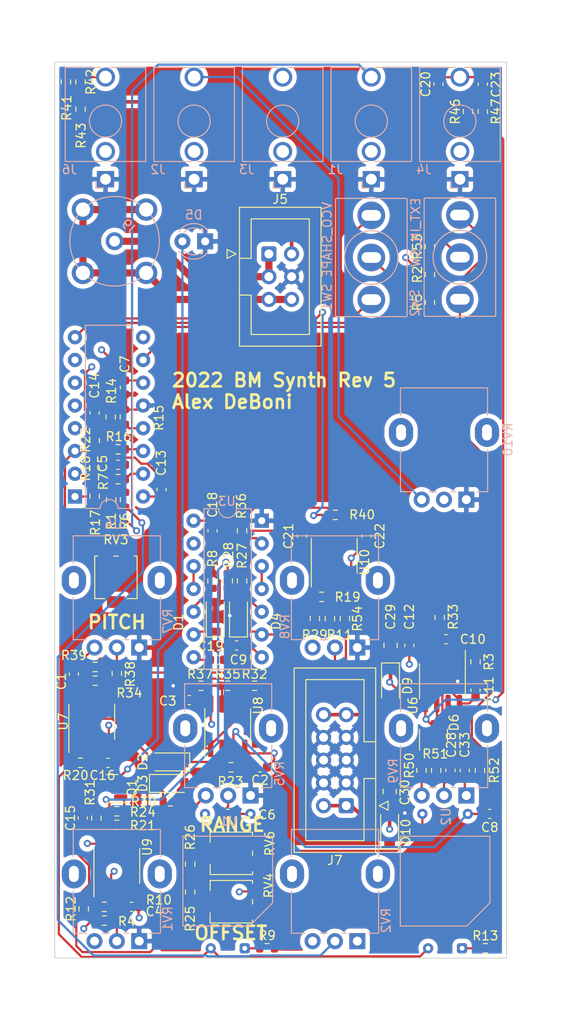
<source format=kicad_pcb>
(kicad_pcb (version 20211014) (generator pcbnew)
  (layers (0 "F.Cu" signal) (1 "In1.Cu" signal) (2 "In2.Cu" signal) (31 "B.Cu" signal) (34 "B.Paste" user) (35 "F.Paste" user) (36 "B.SilkS" user "B.Silkscreen") (37 "F.SilkS" user "F.Silkscreen") (38 "B.Mask" user) (39 "F.Mask" user) (44 "Edge.Cuts" user))
  (net 0 "")
  (net 1 "+12V")
  (net 2 "GND")
  (net 3 "-12V")
  (net 4 "Net-(C5-Pad1)")
  (net 5 "Net-(C6-Pad1)")
  (net 6 "Net-(C7-Pad2)")
  (net 7 "Net-(C6-Pad2)")
  (net 8 "Net-(C10-Pad1)")
  (net 9 "Net-(C9-Pad2)")
  (net 10 "Net-(C8-Pad2)")
  (net 11 "Net-(C10-Pad2)")
  (net 12 "Net-(J2-PadT)")
  (net 13 "Net-(C20-Pad2)")
  (net 14 "Net-(C23-Pad1)")
  (net 15 "VCF_OUT")
  (net 16 "Net-(C28-Pad1)")
  (net 17 "Net-(C28-Pad2)")
  (net 18 "Net-(C33-Pad2)")
  (net 19 "Net-(D1-Pad1)")
  (net 21 "Net-(J1-PadT)")
  (net 22 "Net-(D2-Pad2)")
  (net 24 "Net-(D4-Pad1)")
  (net 25 "Net-(D5-Pad2)")
  (net 26 "VCO_OUT")
  (net 27 "VCF_IN")
  (net 28 "TEMP_OUT")
  (net 29 "TEMP_IN")
  (net 30 "VCA_IN")
  (net 31 "Net-(J3-PadT)")
  (net 33 "Net-(Q1-Pad1)")
  (net 34 "Net-(D6-Pad3)")
  (net 35 "Net-(Q1-Pad3)")
  (net 36 "Net-(J5-Pad5)")
  (net 39 "Net-(R10-Pad2)")
  (net 40 "Net-(R1-Pad1)")
  (net 41 "Net-(R2-Pad2)")
  (net 42 "Net-(R4-Pad1)")
  (net 43 "Net-(R6-Pad2)")
  (net 44 "Net-(R8-Pad2)")
  (net 45 "Net-(R9-Pad1)")
  (net 46 "Net-(R12-Pad2)")
  (net 47 "Net-(R10-Pad1)")
  (net 48 "Net-(R11-Pad2)")
  (net 49 "Net-(R13-Pad1)")
  (net 50 "Net-(R14-Pad2)")
  (net 51 "Net-(R17-Pad1)")
  (net 52 "Net-(R19-Pad2)")
  (net 53 "Net-(R20-Pad1)")
  (net 54 "Net-(R18-Pad1)")
  (net 55 "EURO_OUT")
  (net 56 "LINE_OUT")
  (net 57 "Net-(R18-Pad2)")
  (net 58 "Net-(R20-Pad2)")
  (net 59 "EXT_IN")
  (net 60 "Net-(SW1-Pad3)")
  (net 61 "Net-(R16-Pad2)")
  (net 62 "Net-(SW1-Pad1)")
  (net 63 "Net-(R25-Pad1)")
  (net 64 "Net-(R17-Pad2)")
  (net 65 "Net-(R26-Pad1)")
  (net 66 "Net-(R27-Pad2)")
  (net 67 "Net-(R32-Pad1)")
  (net 68 "Net-(R36-Pad1)")
  (net 69 "Net-(R34-Pad1)")
  (net 70 "Net-(R39-Pad1)")
  (net 71 "Net-(R34-Pad2)")
  (net 72 "Net-(R35-Pad1)")
  (net 73 "Net-(R36-Pad2)")
  (net 74 "Net-(R38-Pad1)")
  (net 80 "Net-(R50-Pad1)")
  (net 82 "Net-(J5-Pad1)")
  (net 83 "Net-(U3-Pad3)")
  (net 84 "Net-(R40-Pad2)")
  (net 85 "Net-(U3-Pad11)")
  (net 86 "Net-(D2-Pad1)")
  (net 88 "Net-(R21-Pad2)")
  (net 89 "Net-(D9-Pad2)")
  (net 90 "Net-(D10-Pad1)")
  (footprint "Capacitor_SMD:C_0603_1608Metric" (layer "F.Cu") (at 140.6 94.8 90)
    (fp_text reference "C18")
    (fp_text value "100n")
  )
  (footprint "Package_SO:SOIC-8_3.9x4.9mm_P1.27mm" (layer "F.Cu") (at 142.3 116.6 90)
    (fp_text reference "U8")
    (fp_text value "TL072")
  )
  (footprint "Resistor_SMD:R_0603_1608Metric" (layer "F.Cu") (at 127.422 90.937 90)
    (fp_text reference "R17")
    (fp_text value "24k")
  )
  (footprint "Capacitor_SMD:C_0603_1608Metric" (layer "F.Cu") (at 128.9 120.7 180)
    (fp_text reference "C16")
    (fp_text value "100n")
  )
  (footprint "Capacitor_SMD:C_0603_1608Metric" (layer "F.Cu") (at 141.1 109.2 180)
    (fp_text reference "C9")
    (fp_text value "4.7n")
  )
  (footprint "Capacitor_SMD:C_0603_1608Metric" (layer "F.Cu") (at 162.6 107.6 -90)
    (fp_text reference "C12")
    (fp_text value "100n")
  )
  (footprint "Resistor_SMD:R_0603_1608Metric" (layer "F.Cu") (at 139.3 112.1)
    (fp_text reference "R37")
    (fp_text value "1k")
  )
  (footprint "Capacitor_SMD:C_0603_1608Metric" (layer "F.Cu") (at 166.7 106.9 180)
    (fp_text reference "C10")
    (fp_text value "470n")
  )
  (footprint "Resistor_SMD:R_0603_1608Metric" (layer "F.Cu") (at 166 104.475 -90)
    (fp_text reference "R33")
    (fp_text value "10k")
  )
  (footprint "Capacitor_SMD:C_0805_2012Metric" (layer "F.Cu") (at 160.5 107.6 -90)
    (fp_text reference "C29")
    (fp_text value "22u")
  )
  (footprint "Resistor_SMD:R_0603_1608Metric" (layer "F.Cu") (at 152.803 102.172 180)
    (fp_text reference "R19")
    (fp_text value "100k")
  )
  (footprint "Capacitor_SMD:C_0603_1608Metric" (layer "F.Cu") (at 168.8 121.539 90)
    (fp_text reference "C33")
    (fp_text value "4.7u")
  )
  (footprint "Capacitor_SMD:C_0603_1608Metric" (layer "F.Cu") (at 142.3 126.4)
    (fp_text reference "C6")
    (fp_text value "4.7n")
  )
  (footprint "Connector_IDC:IDC-Header_2x03_P2.54mm_Vertical" (layer "F.Cu") (at 146.9 63.9)
    (fp_text reference "J5")
    (fp_text value "Conn_02x03_Odd_Even")
  )
  (footprint "Resistor_SMD:R_0603_1608Metric" (layer "F.Cu") (at 125.838618 47.752 90)
    (fp_text reference "R43")
    (fp_text value "1k")
  )
  (footprint "Resistor_SMD:R_0603_1608Metric" (layer "F.Cu") (at 127.481 111.528 180)
    (fp_text reference "R34")
    (fp_text value "100k")
  )
  (footprint "Package_SO:SOIC-8_3.9x4.9mm_P1.27mm" (layer "F.Cu") (at 154.2 97.6 90)
    (fp_text reference "U10")
    (fp_text value "TL072")
  )
  (footprint "Resistor_SMD:R_0603_1608Metric" (layer "F.Cu") (at 152.041 104.585 -90)
    (fp_text reference "R29")
    (fp_text value "47k")
  )
  (footprint "Resistor_SMD:R_0603_1608Metric" (layer "F.Cu") (at 130.038 89.037)
    (fp_text reference "R7")
    (fp_text value "470R")
  )
  (footprint "Package_SO:SOIC-8_3.9x4.9mm_P1.27mm" (layer "F.Cu") (at 127.1 116.1 90)
    (fp_text reference "U7")
    (fp_text value "TL072")
  )
  (footprint "Package_TO_SOT_SMD:SOT-23" (layer "F.Cu") (at 165.3 117.6 90)
    (fp_text reference "D6")
    (fp_text value "BAT54S")
  )
  (footprint "Resistor_SMD:R_0603_1608Metric" (layer "F.Cu") (at 129.9 110.725 -90)
    (fp_text reference "R38")
    (fp_text value "100k")
  )
  (footprint "Capacitor_SMD:C_0603_1608Metric" (layer "F.Cu") (at 157.8 95.4 90)
    (fp_text reference "C22")
    (fp_text value "100n")
  )
  (footprint "Diode_SMD:D_SOD-123" (layer "F.Cu") (at 135.8 123)
    (fp_text reference "D3")
    (fp_text value "1N4148W")
  )
  (footprint "Resistor_SMD:R_0603_1608Metric" (layer "F.Cu") (at 142.3 100.4 -90)
    (fp_text reference "R28")
    (fp_text value "20k")
  )
  (footprint "Capacitor_SMD:C_0603_1608Metric" (layer "F.Cu") (at 138 113.7)
    (fp_text reference "C3")
    (fp_text value "100n")
  )
  (footprint "Capacitor_SMD:C_0603_1608Metric" (layer "F.Cu") (at 170.815 44.958 90)
    (fp_text reference "C23")
    (fp_text value "4.7u")
  )
  (footprint "Resistor_SMD:R_0603_1608Metric" (layer "F.Cu") (at 128.503 136.772 180)
    (fp_text reference "R10")
    (fp_text value "100k")
  )
  (footprint "Resistor_SMD:R_0603_1608Metric" (layer "F.Cu") (at 129.276 91.337 -90)
    (fp_text reference "R1")
    (fp_text value "100k")
  )
  (footprint "Package_TO_SOT_SMD:SOT-23" (layer "F.Cu") (at 129.392 123.564 180)
    (fp_text reference "Q1")
    (fp_text value "MMBT3904")
  )
  (footprint "Capacitor_SMD:C_0603_1608Metric" (layer "F.Cu") (at 130.8 78.8 90)
    (fp_text reference "C7")
    (fp_text value "1n")
  )
  (footprint "Resistor_SMD:R_0603_1608Metric" (layer "F.Cu") (at 127.481 110.004)
    (fp_text reference "R39")
    (fp_text value "100k")
  )
  (footprint "Resistor_SMD:R_0603_1608Metric" (layer "F.Cu") (at 129.9 126.104)
    (fp_text reference "R24")
    (fp_text value "100k")
  )
  (footprint "Resistor_SMD:R_0603_1608Metric" (layer "F.Cu") (at 125.83 120.7)
    (fp_text reference "R20")
    (fp_text value "100k")
  )
  (footprint "Capacitor_SMD:C_0603_1608Metric" (layer "F.Cu") (at 130.038 87.436 180)
    (fp_text reference "C5")
    (fp_text value "10n")
  )
  (footprint "Diode_SMD:D_SOD-123" (layer "F.Cu") (at 160.4 128.1 90)
    (fp_text reference "D10")
    (fp_text value "SM4007")
  )
  (footprint "Resistor_SMD:R_0603_1608Metric" (layer "F.Cu") (at 130.8 82.102 -90)
    (fp_text reference "R15")
    (fp_text value "470R")
  )
  (footprint "Resistor_SMD:R_0603_1608Metric" (layer "F.Cu") (at 171.1 141.4)
    (fp_text reference "R13")
    (fp_text value "1k")
  )
  (footprint "Resistor_SMD:R_0603_1608Metric" (layer "F.Cu") (at 127.422 84.737 -90)
    (fp_text reference "R22")
    (fp_text value "620R")
  )
  (footprint "Resistor_SMD:R_0603_1608Metric" (layer "F.Cu") (at 154.327 93.028 180)
    (fp_text reference "R40")
    (fp_text value "100k")
  )
  (footprint "Resistor_SMD:R_0603_1608Metric" (layer "F.Cu") (at 155.4 104.6 -90)
    (fp_text reference "R54")
    (fp_text value "0R")
  )
  (footprint "Resistor_SMD:R_0603_1608Metric" (layer "F.Cu") (at 138.1 135.1 90)
    (fp_text reference "R25")
    (fp_text value "100k")
  )
  (footprint "Connector_IDC:IDC-Header_2x05_P2.54mm_Vertical" (layer "F.Cu") (at 155.5525 125.48 180)
    (fp_text reference "J7")
    (fp_text value "Conn_02x05_Odd_Even")
  )
  (footprint "Potentiometer_SMD:Potentiometer_Bourns_3314G_Vertical" (layer "F.Cu") (at 142.7 130.8 -90)
    (fp_text reference "RV6")
    (fp_text value "100k")
  )
  (footprint "Package_SO:SOIC-8_3.9x4.9mm_P1.27mm" (layer "F.Cu") (at 166.3 111.6 -90)
    (fp_text reference "U6")
    (fp_text value "TL072")
  )
  (footprint "Resistor_SMD:R_0603_1608Metric" (layer "F.Cu") (at 130.822 91.337 -90)
    (fp_text reference "R6")
    (fp_text value "100k")
  )
  (footprint "Capacitor_SMD:C_0603_1608Metric" (layer "F.Cu") (at 126.09 126.866 -90)
    (fp_text reference "C15")
    (fp_text value "100n")
  )
  (footprint "Package_SO:SOIC-8_3.9x4.9mm_P1.27mm" (layer "F.Cu") (at 129.9 132.2 90)
    (fp_text reference "U9")
    (fp_text value "TL072")
  )
  (footprint "Capacitor_SMD:C_0603_1608Metric" (layer "F.Cu") (at 145.9 121.2 180)
    (fp_text reference "C2")
    (fp_text value "100n")
  )
  (footprint "Capacitor_SMD:C_0603_1608Metric" (layer "F.Cu") (at 134.9 90.2 90)
    (fp_text reference "C13")
    (fp_text value "100n")
  )
  (footprint "Potentiometer_SMD:Potentiometer_Bourns_3314G_Vertical" (layer "F.Cu") (at 129.8 100)
    (fp_text reference "RV3")
    (fp_text value "10k")
  )
  (footprint "Capacitor_SMD:C_0603_1608Metric" (layer "F.Cu") (at 165.862 44.958 90)
    (fp_text reference "C20")
    (fp_text value "68p")
  )
  (footprint "Capacitor_SMD:C_0603_1608Metric" (layer "F.Cu") (at 170 112.6 90)
    (fp_text reference "C11")
    (fp_text value "100n")
  )
  (footprint "Resistor_SMD:R_0603_1608Metric" (layer "F.Cu") (at 170.5 121.539 90)
    (fp_text reference "R52")
    (fp_text value "510R")
  )
  (footprint "Resistor_SMD:R_0603_1608Metric" (layer "F.Cu") (at 129.9 127.628 180)
    (fp_text reference "R21")
    (fp_text value "100k")
  )
  (footprint "Resistor_SMD:R_0603_1608Metric" (layer "F.Cu") (at 143.9 94.8 90)
    (fp_text reference "R36")
    (fp_text value "100k")
  )
  (footprint "Resistor_SMD:R_0603_1608Metric" (layer "F.Cu") (at 165.6 121.539 90)
    (fp_text reference "R51")
    (fp_text value "510R")
  )
  (footprint "Capacitor_SMD:C_0603_1608Metric" (layer "F.Cu") (at 171.6 126.4 180)
    (fp_text reference "C8")
    (fp_text value "4.7n")
  )
  (footprint "Resistor_SMD:R_0603_1608Metric" (layer "F.Cu") (at 140.6 100.4 -90)
    (fp_text reference "R8")
    (fp_text value "6.8k")
  )
  (footprint "Resistor_SMD:R_0603_1608Metric" (layer "F.Cu") (at 143.9 100.4 -90)
    (fp_text reference "R27")
    (fp_text value "6.8k")
  )
  (footprint "Resistor_SMD:R_0603_1608Metric" (layer "F.Cu") (at 130.038 85.7)
    (fp_text reference "R16")
    (fp_text value "1.8k")
  )
  (footprint "Resistor_SMD:R_0603_1608Metric" (layer "F.Cu") (at 164.9 63.1 -90)
    (fp_text reference "R53")
    (fp_text value "0R")
  )
  (footprint "Potentiometer_SMD:Potentiometer_Bourns_3314G_Vertical" (layer "F.Cu") (at 142.7 136.2 -90)
    (fp_text reference "RV4")
    (fp_text value "100k")
  )
  (footprint "Resistor_SMD:R_0603_1608Metric" (layer "F.Cu") (at 128.5 138.3 180)
    (fp_text reference "R4")
    (fp_text value "220k")
  )
  (footprint "Resistor_SMD:R_0603_1608Metric" (layer "F.Cu") (at 145.3 112.1)
    (fp_text reference "R32")
    (fp_text value "1.8k")
  )
  (footprint "Resistor_SMD:R_0603_1608Metric" (layer "F.Cu") (at 125.838618 44.704 90)
    (fp_text reference "R42")
    (fp_text value "2.2k")
  )
  (footprint "Diode_SMD:D_SOD-123" (layer "F.Cu") (at 160.5 111.8 -90)
    (fp_text reference "D9")
    (fp_text value "SM4007")
  )
  (footprint "Capacitor_SMD:C_0603_1608Metric" (layer "F.Cu") (at 167.2 121.539 90)
    (fp_text reference "C28")
    (fp_text value "22p")
  )
  (footprint "Diode_SMD:D_SOD-123" (layer "F.Cu") (at 140.9 104.4 90)
    (fp_text reference "D1")
    (fp_text value "1N4148W")
  )
  (footprint "Resistor_SMD:R_0603_1608Metric" (layer "F.Cu") (at 164.9 66.2 -90)
    (fp_text reference "R2")
    (fp_text value "1k")
  )
  (footprint "Resistor_SMD:R_0603_1608Metric" (layer "F.Cu") (at 163.957 121.539 90)
    (fp_text reference "R50")
    (fp_text value "510R")
  )
  (footprint "Resistor_SMD:R_0603_1608Metric" (layer "F.Cu") (at 142.3 112.1)
    (fp_text reference "R35")
    (fp_text value "10k")
  )
  (footprint "Resistor_SMD:R_0603_1608Metric" (layer "F.Cu") (at 170.815 48.006 90)
    (fp_text reference "R47")
    (fp_text value "10k")
  )
  (footprint "Resistor_SMD:R_0603_1608Metric" (layer "F.Cu") (at 164.9 69.3 90)
    (fp_text reference "R5")
    (fp_text value "56R")
  )
  (footprint "Capacitor_SMD:C_0603_1608Metric" (layer "F.Cu") (at 127.422 81.637 -90)
    (fp_text reference "C14")
    (fp_text value "100n")
  )
  (footprint "Resistor_SMD:R_0603_1608Metric" (layer "F.Cu") (at 124.206 44.704 90)
    (fp_text reference "R41")
    (fp_text value "1k")
  )
  (footprint "Capacitor_SMD:C_0603_1608Metric" (layer "F.Cu") (at 125.1 110.8 -90)
    (fp_text reference "C1")
    (fp_text value "100n")
  )
  (footprint "Resistor_SMD:R_0603_1608Metric" (layer "F.Cu") (at 129.222 82.102 -90)
    (fp_text reference "R14")
    (fp_text value "1.5M")
  )
  (footprint "Diode_SMD:D_SOD-123" (layer "F.Cu") (at 135.8 120.6 180)
    (fp_text reference "D2")
    (fp_text value "1N4148W")
  )
  (footprint "Diode_SMD:D_SOD-123" (layer "F.Cu") (at 143.5 104.4 90)
    (fp_text reference "D4")
    (fp_text value "1N4148W")
  )
  (footprint "Capacitor_SMD:C_0603_1608Metric" (layer "F.Cu") (at 131.551 136.772 180)
    (fp_text reference "C4")
    (fp_text value "100n")
  )
  (footprint "Capacitor_SMD:C_0603_1608Metric" (layer "F.Cu") (at 150.6 95.4 90)
    (fp_text reference "C21")
    (fp_text value "100n")
  )
  (footprint "Resistor_SMD:R_0603_1608Metric" (layer "F.Cu") (at 153.721 104.611 90)
    (fp_text reference "R11")
    (fp_text value "100k")
  )
  (footprint "Resistor_SMD:R_0603_1608Metric" (layer "F.Cu") (at 127.614 126.866 -90)
    (fp_text reference "R31")
    (fp_text value "1k")
  )
  (footprint "Resistor_SMD:R_0603_1608Metric" (layer "F.Cu") (at 146.7 141.4)
    (fp_text reference "R9")
    (fp_text value "1k")
  )
  (footprint "Capacitor_SMD:C_0603_1608Metric" (layer "F.Cu") (at 143.3 107.6 180)
    (fp_text reference "C19")
    (fp_text value "100n")
  )
  (footprint "Resistor_SMD:R_0603_1608Metric" (layer "F.Cu") (at 126.2 137 90)
    (fp_text reference "R12")
    (fp_text value "100k")
  )
  (footprint "Resistor_SMD:R_0603_1608Metric" (layer "F.Cu") (at 135.9 125)
    (fp_text reference "R30")
    (fp_text value "100k")
  )
  (footprint "Resistor_SMD:R_0603_1608Metric" (layer "F.Cu") (at 169.164 48.006 90)
    (fp_text reference "R46")
    (fp_text value "1M")
  )
  (footprint "Resistor_SMD:R_0603_1608Metric" (layer "F.Cu") (at 170 109.425 90)
    (fp_text reference "R3")
    (fp_text value "0R")
  )
  (footprint "Capacitor_SMD:C_0805_2012Metric" (layer "F.Cu") (at 160.4 123.9 90)
    (fp_text reference "C30")
    (fp_text value "22u")
  )
  (footprint "Resistor_SMD:R_0603_1608Metric" (layer "F.Cu") (at 138.1 132 -90)
    (fp_text reference "R26")
    (fp_text value "100k")
  )
  (footprint "Resistor_SMD:R_0603_1608Metric" (layer "F.Cu") (at 127.422 87.837 -90)
    (fp_text reference "R18")
    (fp_text value "5.6k")
  )
  (footprint "Resistor_SMD:R_0603_1608Metric" (layer "F.Cu") (at 142.675 121.2)
    (fp_text reference "R23")
    (fp_text value "47k")
  )
  (footprint "Potentiometer_THT:Potentiometer_Alpha_RD901F-40-00D_Single_Vertical" (layer "B.Cu") (at 168.978618 124.343 90)
    (fp_text reference locked "RV9")
    (fp_text value "b50k_ExtGain")
  )
  (footprint "Alex Custom:RCA" (layer "B.Cu") (at 129.648618 62.484 135)
    (fp_text reference "J9")
    (fp_text value "Conn_Coaxial")
  )
  (footprint "Potentiometer_THT:Potentiometer_Alpha_RD901F-40-00D_Single_Vertical" (layer "B.Cu") (at 168.978618 91.323 90)
    (fp_text reference "RV10")
    (fp_text value "b100k_CVGain")
  )
  (footprint "LED_THT:LED_D3.0mm" (layer "B.Cu") (at 139.775 62.5 180)
    (fp_text reference "D5")
    (fp_text value "LED")
  )
  (footprint "Package_DIP:DIP-16_W7.62mm" (layer "B.Cu") (at 125.222 90.977)
    (fp_text reference "U4")
    (fp_text value "AS3340")
  )
  (footprint "Connector_Audio:Jack_3.5mm_QingPu_WQP-PJ398SM_Vertical_CircularHoles" (layer "B.Cu") (at 148.444618 55.564)
    (fp_text reference "J3")
    (fp_text value "CUTOFF")
  )
  (footprint "Potentiometer_THT:Potentiometer_Alpha_RD901F-40-00D_Single_Vertical" (layer "B.Cu") (at 144.848618 124.343 90)
    (fp_text reference locked "RV5")
    (fp_text value "b100k_Res")
  )
  (footprint "Package_DIP:DIP-14_W7.62mm" (layer "B.Cu") (at 146.1 93.675 180)
    (fp_text reference "U3")
    (fp_text value "AS3360")
  )
  (footprint "Potentiometer_THT:Potentiometer_Alpha_RD901F-40-00D_Single_Vertical" (layer "B.Cu") (at 132.402618 140.599 90)
    (fp_text reference locked "RV1")
    (fp_text value "b100k_Gain")
  )
  (footprint "OptoDevice:PerkinElmer_VTL5C" (layer "B.Cu") (at 144.2 141.4 90)
    (fp_text reference "U1")
    (fp_text value "VTL5C")
  )
  (footprint "OptoDevice:PerkinElmer_VTL5C" (layer "B.Cu") (at 168.5 141.4 90)
    (fp_text reference "U2")
    (fp_text value "VTL5C")
  )
  (footprint "Potentiometer_THT:Potentiometer_Alpha_RD901F-40-00D_Single_Vertical" (layer "B.Cu") (at 156.786618 107.833 90)
    (fp_text reference locked "RV8")
    (fp_text value "b100k_Lvl")
  )
  (footprint "Potentiometer_THT:Potentiometer_Alpha_RD901F-40-00D_Single_Vertical" (layer "B.Cu") (at 156.786618 140.599 90)
    (fp_text reference locked "RV2")
    (fp_text value "b100k_Pitch")
  )
  (footprint "4MS Switches:Switch_Toggle_SPDT_Mini_SolderLug" (layer "B.Cu") (at 168.256618 64.262)
    (fp_text reference "SW2")
    (fp_text value "EXT_IN_SW")
  )
  (footprint "Connector_Audio:Jack_3.5mm_QingPu_WQP-PJ398SM_Vertical_CircularHoles" (layer "B.Cu") (at 128.632618 55.564)
    (fp_text reference "J6")
    (fp_text value "EURO_OUT")
  )
  (footprint "4MS Switches:Switch_Toggle_SPDT_Mini_SolderLug" (layer "B.Cu") (at 158.350618 64.3 180)
    (fp_text reference "SW1")
    (fp_text value "VCO_SHAPE")
  )
  (footprint "Connector_Audio:Jack_3.5mm_QingPu_WQP-PJ398SM_Vertical_CircularHoles" (layer "B.Cu") (at 158.350618 55.564)
    (fp_text reference "J1")
    (fp_text value "PITCH")
  )
  (footprint "Connector_Audio:Jack_3.5mm_QingPu_WQP-PJ398SM_Vertical_CircularHoles" (layer "B.Cu") (at 138.538618 55.564)
    (fp_text reference "J2")
    (fp_text value "GAIN")
  )
  (footprint "Potentiometer_THT:Potentiometer_Alpha_RD901F-40-00D_Single_Vertical" (layer "B.Cu") (at 132.402618 107.833 90)
    (fp_text reference locked "RV7")
    (fp_text value "b100k_Cutoff")
  )
  (footprint "Connector_Audio:Jack_3.5mm_QingPu_WQP-PJ398SM_Vertical_CircularHoles" (layer "B.Cu") (at 168.256618 55.564)
    (fp_text reference "J4")
    (fp_text value "EXT_IN")
  )
  (gr_rect (start 122.964618 142.494) (end 173.464618 42.494) (layer "Edge.Cuts") (width 0.1) (fill none))
  (gr_text "RANGE" (at 139 127.6) (layer "F.SilkS") (effects (font (size 1.5 1.5) (thickness 0.3)) (justify left)))
  (gr_text "2022 BM Synth Rev 5\nAlex DeBoni" (at 135.9 79.2) (layer "F.SilkS") (effects (font (size 1.5 1.5) (thickness 0.3)) (justify left)))
  (gr_text "OFFSET" (at 138.4 139.7) (layer "F.SilkS") (effects (font (size 1.5 1.5) (thickness 0.3)) (justify left)))
  (gr_text "PITCH" (at 129.9 105) (layer "F.SilkS") (effects (font (size 1.5 1.5) (thickness 0.3))))
  (segment (start 129.222 75.622) (end 128.2 74.6) (width 0.25) (layer "F.Cu") (net 1))
  (segment (start 168.205 114.075) (end 169.3 114.075) (width 0.25) (layer "F.Cu") (net 1))
  (segment (start 140.6 94.025) (end 141.374511 94.799511) (width 0.25) (layer "F.Cu") (net 1))
  (segment (start 166.37404 118.41346) (end 166.37404 115.62452) (width 0.25) (layer "F.Cu") (net 1))
  (segment (start 138.775 113.7) (end 139.97 113.7) (width 0.25) (layer "F.Cu") (net 1))
  (segment (start 125.1 111.575) (end 125.1 111.277138) (width 0.25) (layer "F.Cu") (net 1))
  (segment (start 169.3 114.075) (end 170 113.375) (width 0.25) (layer "F.Cu") (net 1))
  (segment (start 151.795 94.625) (end 152.295 95.125) (width 0.25) (layer "F.Cu") (net 1))
  (segment (start 127.564 127.641) (end 127.614 127.691) (width 0.25) (layer "F.Cu") (net 1))
  (segment (start 127.995 129.725) (end 126.625 129.725) (width 0.25) (layer "F.Cu") (net 1))
  (segment (start 126.09 127.641) (end 127.564 127.641) (width 0.25) (layer "F.Cu") (net 1))
  (segment (start 139.97 113.7) (end 140.395 114.125) (width 0.25) (layer "F.Cu") (net 1))
  (segment (start 134.898 90.977) (end 134.9 90.975) (width 0.25) (layer "F.Cu") (net 1))
  (segment (start 150.425489 94.799511) (end 150.6 94.625) (width 0.25) (layer "F.Cu") (net 1))
  (segment (start 138.48 93.675) (end 140.25 93.675) (width 0.25) (layer "F.Cu") (net 1))
  (segment (start 166.25 118.5375) (end 166.37404 118.41346) (width 0.25) (layer "F.Cu") (net 1))
  (segment (start 127.995 128.072) (end 127.614 127.691) (width 0.25) (layer "F.Cu") (net 1))
  (segment (start 132.842 90.977) (end 134.898 90.977) (width 0.25) (layer "F.Cu") (net 1))
  (segment (start 166.37404 115.62452) (end 166.3 115.55048) (width 0.25) (layer "F.Cu") (net 1))
  (segment (start 140.25 93.675) (end 140.6 94.025) (width 0.25) (layer "F.Cu") (net 1))
  (segment (start 160.5 110.15) (end 160.5 111.6) (width 0.4) (layer "F.Cu") (net 1))
  (segment (start 141.374511 94.799511) (end 150.425489 94.799511) (width 0.25) (layer "F.Cu") (net 1))
  (segment (start 126.625 129.725) (end 126.6 129.7) (width 0.25) (layer "F.Cu") (net 1))
  (segment (start 125.1 111.575) (end 125.1 113.53) (width 0.25) (layer "F.Cu") (net 1))
  (segment (start 161.4 112.7) (end 160.4 111.7) (width 0.25) (layer "F.Cu") (net 1))
  (segment (start 125.93148 109.304138) (end 127.402618 107.833) (width 0.25) (layer "F.Cu") (net 1))
  (segment (start 125.93148 110.445658) (end 125.93148 109.304138) (width 0.25) (layer "F.Cu") (net 1))
  (segment (start 160.5 110.15) (end 160.5 108.55) (width 0.4) (layer "F.Cu") (net 1))
  (segment (start 166.3 115.55048) (end 166.3 113.063928) (width 0.25) (layer "F.Cu") (net 1))
  (segment (start 160.5 111.6) (end 160.4 111.7) (width 0.4) (layer "F.Cu") (net 1))
  (segment (start 166.3 113.063928) (end 166.663928 112.7) (width 0.25) (layer "F.Cu") (net 1))
  (segment (start 167.206072 112.7) (end 168.205 113.698928) (width 0.25) (layer "F.Cu") (net 1))
  (segment (start 166.663928 112.7) (end 161.4 112.7) (width 0.25) (layer "F.Cu") (net 1))
  (segment (start 140.395 114.125) (end 140.395 116.295) (width 0.25) (layer "F.Cu") (net 1))
  (segment (start 168.205 113.698928) (end 168.205 114.075) (width 0.25) (layer "F.Cu") (net 1))
  (segment (start 150.6 94.625) (end 151.795 94.625) (width 0.25) (layer "F.Cu") (net 1))
  (segment (start 166.663928 112.7) (end 167.206072 112.7) (width 0.25) (layer "F.Cu") (net 1))
  (segment (start 127.995 129.725) (end 127.995 128.072) (width 0.25) (layer "F.Cu") (net 1))
  (segment (start 125.1 111.277138) (end 125.93148 110.445658) (width 0.25) (layer "F.Cu") (net 1))
  (segment (start 125.1 113.53) (end 125.195 113.625) (width 0.25) (layer "F.Cu") (net 1))
  (segment (start 129.222 81.277) (end 129.222 75.622) (width 0.25) (layer "F.Cu") (net 1))
  (segment (start 140.395 116.295) (end 140.5 116.4) (width 0.25) (layer "F.Cu") (net 1))
  (via (at 140.5 116.4) (size 0.8) (drill 0.4) (layers "F.Cu" "B.Cu") (net 1))
  (via (at 128.2 74.6) (size 0.8) (drill 0.4) (layers "F.Cu" "B.Cu") (net 1))
  (via (at 126.6 129.7) (size 0.8) (drill 0.4) (layers "F.Cu" "B.Cu") (net 1))
  (via (at 160.4 111.7) (size 0.8) (drill 0.4) (layers "F.Cu" "B.Cu") (net 1))
  (segment (start 130.8 81.277) (end 132.382 81.277) (width 0.25) (layer "F.Cu") (net 2))
  (segment (start 129.263 87.436) (end 130.06252 86.63648) (width 0.25) (layer "F.Cu") (net 2))
  (segment (start 162.1 122.571) (end 162.1 126.3) (width 0.25) (layer "F.Cu") (net 2))
  (segment (start 162.1 126.3) (end 162.1 126.4) (width 0.25) (layer "F.Cu") (net 2))
  (segment (start 141.39952 100.37452) (end 140.6 99.575) (width 0.25) (layer "F.Cu") (net 2))
  (segment (start 142.525 103.725) (end 142.525 104.275) (width 0.25) (layer "F.Cu") (net 2))
  (segment (start 127.735 120.31) (end 128.125 120.7) (width 0.25) (layer "F.Cu") (net 2))
  (segment (start 131.93648 86.63648) (end 132.612489 87.312489) (width 0.25) (layer "F.Cu") (net 2))
  (segment (start 127.590217 80.862) (end 128.729737 82.00152) (width 0.25) (layer "F.Cu") (net 2))
  (segment (start 163.957 120.714) (end 162.1 122.571) (width 0.25) (layer "F.Cu") (net 2))
  (segment (start 142.525 107.6) (end 142.525 108.55) (width 0.25) (layer "F.Cu") (net 2))
  (segment (start 133.312489 87.312489) (end 134.9 88.9) (width 0.25) (layer "F.Cu") (net 2))
  (segment (start 127.422 80.862) (end 127.590217 80.862) (width 0.25) (layer "F.Cu") (net 2))
  (segment (start 142.525 108.55) (end 141.875 109.2) (width 0.25) (layer "F.Cu") (net 2))
  (segment (start 140.9 102.75) (end 141.39952 102.25048) (width 0.25) (layer "F.Cu") (net 2))
  (segment (start 127.735 118.575) (end 127.735 120.31) (width 0.25) (layer "F.Cu") (net 2))
  (segment (start 132.612489 87.312489) (end 133.312489 87.312489) (width 0.25) (layer "F.Cu") (net 2))
  (segment (start 134.9 88.9) (end 134.9 89.425) (width 0.25) (layer "F.Cu") (net 2))
  (segment (start 141.39952 102.25048) (end 141.39952 100.37452) (width 0.25) (layer "F.Cu") (net 2))
  (segment (start 132.382 81.277) (end 132.842 80.817) (width 0.25) (layer "F.Cu") (net 2))
  (segment (start 130.06252 86.63648) (end 131.93648 86.63648) (width 0.25) (layer "F.Cu") (net 2))
  (segment (start 142.525 104.275) (end 142.525 107.6) (width 0.25) (layer "F.Cu") (net 2))
  (segment (start 143.5 102.75) (end 142.525 103.725) (width 0.25) (layer "F.Cu") (net 2))
  (segment (start 128.729737 82.00152) (end 130.07548 82.00152) (width 0.25) (layer "F.Cu") (net 2))
  (segment (start 130.07548 82.00152) (end 130.8 81.277) (width 0.25) (layer "F.Cu") (net 2))
  (via (at 136.2 112.1) (size 0.8) (drill 0.4) (layers "F.Cu" "B.Cu") (net 2))
  (via (at 162.1 126.3) (size 0.8) (drill 0.4) (layers "F.Cu" "B.Cu") (net 2))
  (via (at 168 111.6) (size 0.8) (drill 0.4) (layers "F.Cu" "B.Cu") (net 2))
  (via (at 142.525 104.275) (size 0.8) (drill 0.4) (layers "F.Cu" "B.Cu") (net 2))
  (segment (start 156.105 97.87) (end 156.107147 97.847555) (width 0.25) (layer "F.Cu") (net 3))
  (segment (start 156.107147 97.847555) (end 157.8 96.175) (width 0.25) (layer "F.Cu") (net 3))
  (segment (start 132.326 136.772) (end 132.326 137.826) (width 0.25) (layer "F.Cu") (net 3))
  (segment (start 127.1 76.5) (end 126.346511 77.253489) (width 0.25) (layer "F.Cu") (net 3))
  (segment (start 132.326 137.826) (end 132.4 138) (width 0.25) (layer "F.Cu") (net 3))
  (segment (start 127.422 82.412) (end 127.422 83.912) (width 0.25) (layer "F.Cu") (net 3))
  (segment (start 163.645 108.375) (end 164.395 109.125) (width 0.25) (layer "F.Cu") (net 3))
  (segment (start 144.78 119.65) (end 147.45 119.65) (width 0.25) (layer "F.Cu") (net 3))
  (segment (start 129.005 116.505) (end 129 116.5) (width 0.25) (layer "F.Cu") (net 3))
  (segment (start 162.6 108.375) (end 163.645 108.375) (width 0.25) (layer "F.Cu") (net 3))
  (segment (start 161.44952 121.43798) (end 161.44952 123.80048) (width 0.25) (layer "F.Cu") (net 3))
  (segment (start 147.5 120.375) (end 146.675 121.2) (width 0.25) (layer "F.Cu") (net 3))
  (segment (start 129.005 118.575) (end 129.005 116.505) (width 0.25) (layer "F.Cu") (net 3))
  (segment (start 131.805 136.251) (end 132.326 136.772) (width 0.25) (layer "F.Cu") (net 3))
  (segment (start 143.65 135.05) (end 143.6 135.1) (width 0.25) (layer "F.Cu") (net 3))
  (segment (start 129.675 119.245) (end 129.005 118.575) (width 0.25) (layer "F.Cu") (net 3))
  (segment (start 147.45 119.65) (end 147.5 119.6) (width 0.25) (layer "F.Cu") (net 3))
  (segment (start 144.78 119.65) (end 144.205 119.075) (width 0.25) (layer "F.Cu") (net 3))
  (segment (start 162.6 108.375) (end 162.6 109.7) (width 0.25) (layer "F.Cu") (net 3))
  (segment (start 132.4 138) (end 132.4 137.9) (width 0.25) (layer "F.Cu") (net 3))
  (segment (start 145.45 135.05) (end 143.65 135.05) (width 0.25) (layer "F.Cu") (net 3))
  (segment (start 161.44952 123.80048) (end 160.4 124.85) (width 0.25) (layer "F.Cu") (net 3))
  (segment (start 160.4 126.45) (end 160.4 124.85) (width 0.4) (layer "F.Cu") (net 3))
  (segment (start 164.35 118.5375) (end 161.44952 121.43798) (width 0.25) (layer "F.Cu") (net 3))
  (segment (start 144.785 107.6) (end 144.075 107.6) (width 0.25) (layer "F.Cu") (net 3))
  (segment (start 156.105 100.075) (end 156.105 97.87) (width 0.25) (layer "F.Cu") (net 3))
  (segment (start 129.675 120.7) (end 129.675 119.245) (width 0.25) (layer "F.Cu") (net 3))
  (segment (start 126.346511 77.253489) (end 126.346511 81.336511) (width 0.25) (layer "F.Cu") (net 3))
  (segment (start 160.4 126.45) (end 160.4 128.1) (width 0.4) (layer "F.Cu") (net 3))
  (segment (start 147.5 119.6) (end 147.5 120.375) (width 0.25) (layer "F.Cu") (net 3))
  (segment (start 126.346511 81.336511) (end 127.422 82.412) (width 0.25) (layer "F.Cu") (net 3))
  (segment (start 146.1 108.915) (end 144.785 107.6) (width 0.25) (layer "F.Cu") (net 3))
  (segment (start 131.805 134.675) (end 131.805 136.251) (width 0.25) (layer "F.Cu") (net 3))
  (via (at 162.6 109.7) (size 0.8) (drill 0.4) (layers "F.Cu" "B.Cu") (net 3))
  (via (at 127.1 76.5) (size 0.8) (drill 0.4) (layers "F.Cu" "B.Cu") (net 3))
  (via (at 143.6 135.1) (size 0.8) (drill 0.4) (layers "F.Cu" "B.Cu") (net 3))
  (via (at 147.5 119.6) (size 0.8) (drill 0.4) (layers "F.Cu" "B.Cu") (net 3))
  (via (at 132.4 138) (size 0.8) (drill 0.4) (layers "F.Cu" "B.Cu") (net 3))
  (via (at 156.107147 97.847555) (size 0.8) (drill 0.4) (layers "F.Cu" "B.Cu") (net 3))
  (via (at 129 116.5) (size 0.8) (drill 0.4) (layers "F.Cu" "B.Cu") (net 3))
  (via (at 160.4 128.1) (size 0.8) (drill 0.4) (layers "F.Cu" "B.Cu") (net 3))
  (segment (start 129.213 89.037) (end 129.213 89.036) (width 0.25) (layer "F.Cu") (net 4))
  (segment (start 129.213 89.036) (end 130.813 87.436) (width 0.25) (layer "F.Cu") (net 4))
  (segment (start 142.348618 125.576382) (end 141.525 126.4) (width 0.25) (layer "F.Cu") (net 5))
  (segment (start 142.348618 124.343) (end 142.348618 125.576382) (width 0.25) (layer "F.Cu") (net 5))
  (segment (start 132.59 78.025) (end 132.842 78.277) (width 0.25) (layer "F.Cu") (net 6))
  (segment (start 130.8 78.025) (end 132.59 78.025) (width 0.25) (layer "F.Cu") (net 6))
  (segment (start 144.84 126.4) (end 148.964511 130.524511) (width 0.25) (layer "F.Cu") (net 7))
  (segment (start 161.175489 130.524511) (end 164.06 127.64) (width 0.25) (layer "F.Cu") (net 7))
  (segment (start 164.06 127.64) (end 164.06 126.4) (width 0.25) (layer "F.Cu") (net 7))
  (segment (start 143.075 126.4) (end 144.84 126.4) (width 0.25) (layer "F.Cu") (net 7))
  (segment (start 148.964511 130.524511) (end 161.175489 130.524511) (width 0.25) (layer "F.Cu") (net 7))
  (segment (start 162.4 68.349382) (end 158.350618 64.3) (width 0.25) (layer "F.Cu") (net 8))
  (segment (start 171.75048 88.421916) (end 162.4 79.071436) (width 0.25) (layer "F.Cu") (net 8))
  (segment (start 162.4 79.071436) (end 162.4 68.349382) (width 0.25) (layer "F.Cu") (net 8))
  (segment (start 169.5 106.9) (end 171.75048 104.64952) (width 0.25) (layer "F.Cu") (net 8))
  (segment (start 167.475 106.9) (end 169.5 106.9) (width 0.25) (layer "F.Cu") (net 8))
  (segment (start 171.75048 104.64952) (end 171.75048 88.421916) (width 0.25) (layer "F.Cu") (net 8))
  (segment (start 138.765 109.2) (end 138.48 108.915) (width 0.25) (layer "F.Cu") (net 9))
  (segment (start 140.325 109.2) (end 138.765 109.2) (width 0.25) (layer "F.Cu") (net 9))
  (segment (start 142.935 117.465) (end 143.2 117.2) (width 0.25) (layer "F.Cu") (net 10))
  (segment (start 169.14 126.4) (end 170.825 126.4) (width 0.25) (layer "F.Cu") (net 10))
  (segment (start 142.935 119.075) (end 142.935 117.465) (width 0.25) (layer "F.Cu") (net 10))
  (via (at 143.2 117.2) (size 0.8) (drill 0.4) (layers "F.Cu" "B.Cu") (net 10))
  (segment (start 143.2 117.32851) (end 149.6 123.72851) (width 0.25) (layer "B.Cu") (net 10))
  (segment (start 149.6 123.72851) (end 149.6 128.7) (width 0.25) (layer "B.Cu") (net 10))
  (segment (start 165.44 130.1) (end 169.14 126.4) (width 0.25) (layer "B.Cu") (net 10))
  (segment (start 151 130.1) (end 165.44 130.1) (width 0.25) (layer "B.Cu") (net 10))
  (segment (start 149.6 128.7) (end 151 130.1) (width 0.25) (layer "B.Cu") (net 10))
  (segment (start 143.2 117.2) (end 143.2 117.32851) (width 0.25) (layer "B.Cu") (net 10))
  (segment (start 166 105.3) (end 166 106.825) (width 0.25) (layer "F.Cu") (net 11))
  (segment (start 165.925 106.9) (end 165.925 108.865) (width 0.25) (layer "F.Cu") (net 11))
  (segment (start 165.925 108.865) (end 165.665 109.125) (width 0.25) (layer "F.Cu") (net 11))
  (segment (start 166 106.825) (end 165.925 106.9) (width 0.25) (layer "F.Cu") (net 11))
  (segment (start 127.675 138.3) (end 127.1 138.3) (width 0.25) (layer "F.Cu") (net 12))
  (segment (start 127.1 138.3) (end 126.2 139.2) (width 0.25) (layer "F.Cu") (net 12))
  (via (at 126.2 139.2) (size 0.8) (drill 0.4) (layers "F.Cu" "B.Cu") (net 12))
  (segment (start 138.538618 44.164) (end 143.364 44.164) (width 0.25) (layer "B.Cu") (net 12))
  (segment (start 154.7 82.044382) (end 163.978618 91.323) (width 0.25) (layer "B.Cu") (net 12))
  (segment (start 143.364 44.164) (end 154.7 55.5) (width 0.25) (layer "B.Cu") (net 12))
  (segment (start 154.7 55.5) (end 154.7 82.044382) (width 0.25) (layer "B.Cu") (net 12))
  (segment (start 168.237618 44.183) (end 168.256618 44.164) (width 0.25) (layer "F.Cu") (net 13))
  (segment (start 165.862 44.183) (end 168.237618 44.183) (width 0.25) (layer "F.Cu") (net 13))
  (segment (start 170.815 44.183) (end 170.796 44.164) (width 0.25) (layer "F.Cu") (net 13))
  (segment (start 170.796 44.164) (end 168.256618 44.164) (width 0.25) (layer "F.Cu") (net 13))
  (segment (start 169.164 47.181) (end 170.815 47.181) (width 0.25) (layer "F.Cu") (net 14))
  (segment (start 170.815 45.733) (end 170.815 47.181) (width 0.25) (layer "F.Cu") (net 14))
  (segment (start 138.475 112.1) (end 139.275 111.3) (width 0.25) (layer "F.Cu") (net 15))
  (segment (start 156.2 105.841783) (end 156.2 104.575) (width 0.25) (layer "F.Cu") (net 15))
  (segment (start 153.9 111.3) (end 155.511129 109.688871) (width 0.25) (layer "F.Cu") (net 15))
  (segment (start 156.2 104.575) (end 155.4 103.775) (width 0.25) (layer "F.Cu") (net 15))
  (segment (start 155.511129 106.530654) (end 156.2 105.841783) (width 0.25) (layer "F.Cu") (net 15))
  (segment (start 155.511129 109.688871) (end 155.511129 106.530654) (width 0.25) (layer "F.Cu") (net 15))
  (segment (start 139.275 111.3) (end 153.9 111.3) (width 0.25) (layer "F.Cu") (net 15))
  (segment (start 166.478618 124.343) (end 166.478618 123.035382) (width 0.25) (layer "F.Cu") (net 16))
  (segment (start 167.2 122.314) (end 165.65 122.314) (width 0.25) (layer "F.Cu") (net 16))
  (segment (start 165.92452 115.878448) (end 165.92452 117.446552) (width 0.25) (layer "F.Cu") (net 16))
  (segment (start 165.7 114.11) (end 165.7 115.653928) (width 0.25) (layer "F.Cu") (net 16))
  (segment (start 166.4 120.297217) (end 166.4 121.564) (width 0.25) (layer "F.Cu") (net 16))
  (segment (start 165.92452 117.446552) (end 165.62548 117.745592) (width 0.25) (layer "F.Cu") (net 16))
  (segment (start 165.665 114.075) (end 165.7 114.11) (width 0.25) (layer "F.Cu") (net 16))
  (segment (start 165.6 122.364) (end 166.4 121.564) (width 0.25) (layer "F.Cu") (net 16))
  (segment (start 165.7 115.653928) (end 165.92452 115.878448) (width 0.25) (layer "F.Cu") (net 16))
  (segment (start 165.62548 117.745592) (end 165.62548 119.522697) (width 0.25) (layer "F.Cu") (net 16))
  (segment (start 165.62548 119.522697) (end 166.4 120.297217) (width 0.25) (layer "F.Cu") (net 16))
  (segment (start 166.478618 123.035382) (end 167.2 122.314) (width 0.25) (layer "F.Cu") (net 16))
  (segment (start 167.25 120.764) (end 168.8 122.314) (width 0.25) (layer "F.Cu") (net 17))
  (segment (start 167.2 120.764) (end 167.25 120.764) (width 0.25) (layer "F.Cu") (net 17))
  (segment (start 167.2 114.34) (end 166.935 114.075) (width 0.25) (layer "F.Cu") (net 17))
  (segment (start 167.2 120.764) (end 167.2 114.34) (width 0.25) (layer "F.Cu") (net 17))
  (segment (start 168.8 124.164382) (end 168.978618 124.343) (width 0.25) (layer "F.Cu") (net 17))
  (segment (start 168.8 122.314) (end 168.8 124.164382) (width 0.25) (layer "F.Cu") (net 17))
  (segment (start 170.45 120.764) (end 170.5 120.714) (width 0.25) (layer "F.Cu") (net 18))
  (segment (start 168.8 120.764) (end 170.45 120.764) (width 0.25) (layer "F.Cu") (net 18))
  (segment (start 140.9 106.05) (end 138.805 106.05) (width 0.25) (layer "F.Cu") (net 19))
  (segment (start 138.805 106.05) (end 138.48 106.375) (width 0.25) (layer "F.Cu") (net 19))
  (segment (start 129.462 92.162) (end 132.1 94.8) (width 0.25) (layer "F.Cu") (net 21))
  (segment (start 129.276 92.162) (end 129.462 92.162) (width 0.25) (layer "F.Cu") (net 21))
  (via (at 132.1 94.8) (size 0.8) (drill 0.4) (layers "F.Cu" "B.Cu") (net 21))
  (segment (start 131.609641 45.690359) (end 134.525511 42.774489) (width 0.25) (layer "B.Cu") (net 21))
  (segment (start 156.961107 42.774489) (end 158.350618 44.164) (width 0.25) (layer "B.Cu") (net 21))
  (segment (start 131.609641 94.309641) (end 131.609641 45.690359) (width 0.25) (layer "B.Cu") (net 21))
  (segment (start 134.525511 42.774489) (end 156.961107 42.774489) (width 0.25) (layer "B.Cu") (net 21))
  (segment (start 132.1 94.8) (end 131.609641 94.309641) (width 0.25) (layer "B.Cu") (net 21))
  (segment (start 134.15 120.6) (end 134.15 123) (width 0.25) (layer "F.Cu") (net 22))
  (segment (start 140.395 118.698928) (end 144.205 114.888928) (width 0.25) (layer "F.Cu") (net 22))
  (segment (start 135.075 123.925) (end 134.15 123) (width 0.25) (layer "F.Cu") (net 22))
  (segment (start 139.848618 124.343) (end 138.392098 125.79952) (width 0.25) (layer "F.Cu") (net 22))
  (segment (start 135.675 119.075) (end 140.395 119.075) (width 0.25) (layer "F.Cu") (net 22))
  (segment (start 135.87452 125.79952) (end 135.075 125) (width 0.25) (layer "F.Cu") (net 22))
  (segment (start 144.205 114.888928) (end 144.205 114.125) (width 0.25) (layer "F.Cu") (net 22))
  (segment (start 140.395 119.075) (end 140.395 118.698928) (width 0.25) (layer "F.Cu") (net 22))
  (segment (start 134.15 120.6) (end 135.675 119.075) (width 0.25) (layer "F.Cu") (net 22))
  (segment (start 135.075 125) (end 135.075 123.925) (width 0.25) (layer "F.Cu") (net 22))
  (segment (start 138.392098 125.79952) (end 135.87452 125.79952) (width 0.25) (layer "F.Cu") (net 22))
  (segment (start 145.775 106.05) (end 146.1 106.375) (width 0.25) (layer "F.Cu") (net 24))
  (segment (start 149.99 105.41) (end 149.025 106.375) (width 0.25) (layer "F.Cu") (net 24))
  (segment (start 143.5 106.05) (end 145.775 106.05) (width 0.25) (layer "F.Cu") (net 24))
  (segment (start 152.041 105.41) (end 149.99 105.41) (width 0.25) (layer "F.Cu") (net 24))
  (segment (start 149.025 106.375) (end 146.1 106.375) (width 0.25) (layer "F.Cu") (net 24))
  (segment (start 130.3295 122.1705) (end 131.1 121.4) (width 0.25) (layer "F.Cu") (net 25))
  (segment (start 130.3295 122.614) (end 130.3295 122.1705) (width 0.25) (layer "F.Cu") (net 25))
  (via (at 131.1 121.4) (size 0.8) (drill 0.4) (layers "F.Cu" "B.Cu") (net 25))
  (segment (start 134.5 108.157511) (end 134.5 118) (width 0.25) (layer "B.Cu") (net 25))
  (segment (start 137.235 105.422511) (end 134.5 108.157511) (width 0.25) (layer "B.Cu") (net 25))
  (segment (start 137.235 62.5) (end 137.235 105.422511) (width 0.25) (layer "B.Cu") (net 25))
  (segment (start 134.5 118) (end 131.1 121.4) (width 0.25) (layer "B.Cu") (net 25))
  (segment (start 168.875 109.125) (end 170 110.25) (width 0.25) (layer "F.Cu") (net 26))
  (segment (start 166.935 109.125) (end 168.205 109.125) (width 0.25) (layer "F.Cu") (net 26))
  (segment (start 168.205 109.125) (end 168.875 109.125) (width 0.25) (layer "F.Cu") (net 26))
  (segment (start 164.9 63.925) (end 164.9 65.375) (width 0.25) (layer "F.Cu") (net 27))
  (segment (start 168.569578 66.6) (end 170.4 64.769578) (width 0.25) (layer "F.Cu") (net 28))
  (segment (start 170 108.6) (end 172.2 106.4) (width 0.25) (layer "F.Cu") (net 28))
  (segment (start 166.1 82.135718) (end 166.1 67.9) (width 0.25) (layer "F.Cu") (net 28))
  (segment (start 172.2 106.4) (end 172.2 88.235718) (width 0.25) (layer "F.Cu") (net 28))
  (segment (start 170.4 61.705382) (end 168.256618 59.562) (width 0.25) (layer "F.Cu") (net 28))
  (segment (start 170.4 64.769578) (end 170.4 61.705382) (width 0.25) (layer "F.Cu") (net 28))
  (segment (start 172.2 88.235718) (end 166.1 82.135718) (width 0.25) (layer "F.Cu") (net 28))
  (segment (start 166.1 67.9) (end 167.4 66.6) (width 0.25) (layer "F.Cu") (net 28))
  (segment (start 167.4 66.6) (end 168.569578 66.6) (width 0.25) (layer "F.Cu") (net 28))
  (segment (start 166.269618 62.275) (end 164.9 62.275) (width 0.25) (layer "F.Cu") (net 29))
  (segment (start 168.256618 64.262) (end 166.269618 62.275) (width 0.25) (layer "F.Cu") (net 29))
  (segment (start 155.389 105.436) (end 155.4 105.425) (width 0.25) (layer "F.Cu") (net 30))
  (segment (start 153.721 105.436) (end 155.389 105.436) (width 0.25) (layer "F.Cu") (net 30))
  (segment (start 130.725 124.9095) (end 130.3295 124.514) (width 0.25) (layer "F.Cu") (net 33))
  (segment (start 130.725 126.104) (end 130.725 124.9095) (width 0.25) (layer "F.Cu") (net 33))
  (segment (start 170.815 48.831) (end 173.1 51.116) (width 0.25) (layer "F.Cu") (net 34))
  (segment (start 173.1 112.8) (end 172.25 113.65) (width 0.25) (layer "F.Cu") (net 34))
  (segment (start 173.1 51.116) (end 173.1 112.8) (width 0.25) (layer "F.Cu") (net 34))
  (segment (start 164.46875 115.83125) (end 165.3 116.6625) (width 0.25) (layer "F.Cu") (net 34))
  (segment (start 164.395 114.075) (end 164.395 115.7575) (width 0.25) (layer "F.Cu") (net 34))
  (segment (start 164.395 115.7575) (end 164.46875 115.83125) (width 0.25) (layer "F.Cu") (net 34))
  (via (at 172.25 113.65) (size 0.8) (drill 0.4) (layers "F.Cu" "B.Cu") (net 34))
  (via (at 164.46875 115.83125) (size 0.8) (drill 0.4) (layers "F.Cu" "B.Cu") (net 34))
  (segment (start 164.46875 115.83125) (end 166.65 113.65) (width 0.25) (layer "B.Cu") (net 34))
  (segment (start 166.65 113.65) (end 172.25 113.65) (width 0.25) (layer "B.Cu") (net 34))
  (segment (start 127.614 126.041) (end 127.614 124.4045) (width 0.25) (layer "F.Cu") (net 35))
  (segment (start 127.614 124.4045) (end 128.4545 123.564) (width 0.25) (layer "F.Cu") (net 35))
  (segment (start 136.144618 68.98) (end 133.184152 66.019534) (width 0.8) (layer "F.Cu") (net 36))
  (segment (start 126.113084 58.948466) (end 133.184152 58.948466) (width 0.8) (layer "F.Cu") (net 36))
  (segment (start 146.9 68.98) (end 136.144618 68.98) (width 0.8) (layer "F.Cu") (net 36))
  (segment (start 133.184152 66.019534) (end 126.113084 66.019534) (width 0.8) (layer "F.Cu") (net 36))
  (segment (start 126.113084 58.948466) (end 126.113084 66.019534) (width 0.8) (layer "F.Cu") (net 36))
  (segment (start 146.9 68.98) (end 149.44 68.98) (width 0.8) (layer "F.Cu") (net 36))
  (segment (start 127.995 136.455) (end 127.995 134.675) (width 0.25) (layer "F.Cu") (net 39))
  (segment (start 127.253 136.772) (end 126.2 137.825) (width 0.25) (layer "F.Cu") (net 39))
  (segment (start 127.678 136.772) (end 127.995 136.455) (width 0.25) (layer "F.Cu") (net 39))
  (segment (start 127.678 136.772) (end 127.253 136.772) (width 0.25) (layer "F.Cu") (net 39))
  (segment (start 131.463 88.437) (end 130.863 89.037) (width 0.25) (layer "F.Cu") (net 40))
  (segment (start 129.276 90.512) (end 130.822 90.512) (width 0.25) (layer "F.Cu") (net 40))
  (segment (start 132.842 88.437) (end 131.463 88.437) (width 0.25) (layer "F.Cu") (net 40))
  (segment (start 130.863 89.037) (end 130.863 90.471) (width 0.25) (layer "F.Cu") (net 40))
  (segment (start 130.863 90.471) (end 130.822 90.512) (width 0.25) (layer "F.Cu") (net 40))
  (segment (start 162.2 64.3) (end 162.2 64.325) (width 0.25) (layer "F.Cu") (net 41))
  (segment (start 162.2 64.325) (end 164.9 67.025) (width 0.25) (layer "F.Cu") (net 41))
  (segment (start 164.9 67.025) (end 164.9 68.475) (width 0.25) (layer "F.Cu") (net 41))
  (via (at 162.2 64.3) (size 0.8) (drill 0.4) (layers "F.Cu" "B.Cu") (net 41))
  (segment (start 129.902618 140.599) (end 129.902618 138.877618) (width 0.25) (layer "F.Cu") (net 42))
  (segment (start 129.902618 138.877618) (end 129.325 138.3) (width 0.25) (layer "F.Cu") (net 42))
  (segment (start 130.822 92.162) (end 130.962 92.162) (width 0.25) (layer "F.Cu") (net 43))
  (segment (start 130.962 92.162) (end 132.7 93.9) (width 0.25) (layer "F.Cu") (net 43))
  (via (at 132.7 93.9) (size 0.8) (drill 0.4) (layers "F.Cu" "B.Cu") (net 43))
  (segment (start 152.685618 142.2) (end 154.286618 140.599) (width 0.25) (layer "B.Cu") (net 43))
  (segment (start 144.741015 142.299511) (end 144.840526 142.2) (width 0.25) (layer "B.Cu") (net 43))
  (segment (start 132.7 93.9) (end 132.824511 94.024511) (width 0.25) (layer "B.Cu") (net 43))
  (segment (start 140.027409 142.299511) (end 144.741015 142.299511) (width 0.25) (layer "B.Cu") (net 43))
  (segment (start 127.271897 142.2) (end 139.927898 142.2) (width 0.25) (layer "B.Cu") (net 43))
  (segment (start 139.927898 142.2) (end 140.027409 142.299511) (width 0.25) (layer "B.Cu") (net 43))
  (segment (start 123.3 138.228103) (end 127.271897 142.2) (width 0.25) (layer "B.Cu") (net 43))
  (segment (start 144.840526 142.2) (end 152.685618 142.2) (width 0.25) (layer "B.Cu") (net 43))
  (segment (start 132.824511 94.024511) (end 132.824511 99.375489) (width 0.25) (layer "B.Cu") (net 43))
  (segment (start 132.824511 99.375489) (end 123.3 108.9) (width 0.25) (layer "B.Cu") (net 43))
  (segment (start 123.3 108.9) (end 123.3 138.228103) (width 0.25) (layer "B.Cu") (net 43))
  (segment (start 138.48 103.345) (end 140.6 101.225) (width 0.25) (layer "F.Cu") (net 44))
  (segment (start 138.48 103.835) (end 138.48 103.345) (width 0.25) (layer "F.Cu") (net 44))
  (segment (start 144.2 141.4) (end 145.875 141.4) (width 0.25) (layer "F.Cu") (net 45))
  (segment (start 130.535 130.101072) (end 130.535 129.725) (width 0.25) (layer "F.Cu") (net 46))
  (segment (start 126.2 136.175) (end 127.37048 135.00452) (width 0.25) (layer "F.Cu") (net 46))
  (segment (start 127.37048 135.00452) (end 127.37048 133.265592) (width 0.25) (layer "F.Cu") (net 46))
  (segment (start 130.535 129.725) (end 130.535 127.818) (width 0.25) (layer "F.Cu") (net 46))
  (segment (start 127.37048 133.265592) (end 130.535 130.101072) (width 0.25) (layer "F.Cu") (net 46))
  (segment (start 130.535 127.818) (end 130.725 127.628) (width 0.25) (layer "F.Cu") (net 46))
  (segment (start 129.265 134.675) (end 129.265 136.709) (width 0.25) (layer "F.Cu") (net 47))
  (segment (start 129.265 133.135) (end 129.6 132.8) (width 0.25) (layer "F.Cu") (net 47))
  (segment (start 129.265 136.709) (end 129.328 136.772) (width 0.25) (layer "F.Cu") (net 47))
  (segment (start 129.265 134.675) (end 129.265 133.135) (width 0.25) (layer "F.Cu") (net 47))
  (via (at 129.6 132.8) (size 0.8) (drill 0.4) (layers "F.Cu" "B.Cu") (net 47))
  (segment (start 153.628 102.172) (end 153.628 103.693) (width 0.25) (layer "F.Cu") (net 48))
  (segment (start 153.565 100.075) (end 153.565 102.109) (width 0.25) (layer "F.Cu") (net 48))
  (segment (start 153.628 103.693) (end 153.721 103.786) (width 0.25) (layer "F.Cu") (net 48))
  (segment (start 153.565 102.109) (end 153.628 102.172) (width 0.25) (layer "F.Cu") (net 48))
  (segment (start 168.5 141.4) (end 170.275 141.4) (width 0.25) (layer "F.Cu") (net 49))
  (segment (start 131.23 83.357) (end 130.8 82.927) (width 0.25) (layer "F.Cu") (net 50))
  (segment (start 129.222 82.927) (end 130.8 82.927) (width 0.25) (layer "F.Cu") (net 50))
  (segment (start 132.842 83.357) (end 131.23 83.357) (width 0.25) (layer "F.Cu") (net 50))
  (segment (start 130.95 95.29) (end 127.422 91.762) (width 0.25) (layer "F.Cu") (net 51))
  (segment (start 130.95 97.25) (end 130.95 95.29) (width 0.25) (layer "F.Cu") (net 51))
  (segment (start 151.978 102.172) (end 151.978 103.697) (width 0.25) (layer "F.Cu") (net 52))
  (segment (start 152.295 100.075) (end 152.295 101.855) (width 0.25) (layer "F.Cu") (net 52))
  (segment (start 152.295 101.855) (end 151.978 102.172) (width 0.25) (layer "F.Cu") (net 52))
  (segment (start 151.978 103.697) (end 152.041 103.76) (width 0.25) (layer "F.Cu") (net 52))
  (segment (start 123.418098 139.818098) (end 125.968981 142.36898) (width 0.25) (layer "F.Cu") (net 53))
  (segment (start 125.195 120.51) (end 125.005 120.7) (width 0.25) (layer "F.Cu") (net 53))
  (segment (start 139.43102 142.36898) (end 140.4 141.4) (width 0.25) (layer "F.Cu") (net 53))
  (segment (start 125.195 118.575) (end 125.195 120.51) (width 0.25) (layer "F.Cu") (net 53))
  (segment (start 141.29952 142.29952) (end 163.80048 142.29952) (width 0.25) (layer "F.Cu") (net 53))
  (segment (start 125.005 120.7) (end 123.418098 122.286902) (width 0.25) (layer "F.Cu") (net 53))
  (segment (start 140.4 141.4) (end 141.29952 142.29952) (width 0.25) (layer "F.Cu") (net 53))
  (segment (start 125.968981 142.36898) (end 139.43102 142.36898) (width 0.25) (layer "F.Cu") (net 53))
  (segment (start 163.80048 142.29952) (end 164.7 141.4) (width 0.25) (layer "F.Cu") (net 53))
  (segment (start 123.418098 122.286902) (end 123.418098 139.818098) (width 0.25) (layer "F.Cu") (net 53))
  (segment (start 124.097489 87.021511) (end 125.222 85.897) (width 0.25) (layer "F.Cu") (net 54))
  (segment (start 128.65 97.25) (end 128.65 101.6) (width 0.25) (layer "F.Cu") (net 54))
  (segment (start 127.087 85.897) (end 127.422 85.562) (width 0.25) (layer "F.Cu") (net 54))
  (segment (start 127.422 87.012) (end 127.422 85.562) (width 0.25) (layer "F.Cu") (net 54))
  (segment (start 128.65 97.25) (end 124.097489 92.697489) (width 0.25) (layer "F.Cu") (net 54))
  (segment (start 128.65 101.6) (end 129.8 102.75) (width 0.25) (layer "F.Cu") (net 54))
  (segment (start 124.097489 92.697489) (end 124.097489 87.021511) (width 0.25) (layer "F.Cu") (net 54))
  (segment (start 125.222 85.897) (end 127.087 85.897) (width 0.25) (layer "F.Cu") (net 54))
  (segment (start 126.123618 44.164) (end 125.838618 43.879) (width 0.25) (layer "F.Cu") (net 55))
  (segment (start 128.632618 44.164) (end 126.123618 44.164) (width 0.25) (layer "F.Cu") (net 55))
  (segment (start 125.838618 43.879) (end 124.206 43.879) (width 0.25) (layer "F.Cu") (net 55))
  (segment (start 149.44 63.9) (end 149.44 61.64) (width 0.4) (layer "F.Cu") (net 56))
  (segment (start 143.3 55.5) (end 143.3 51.86) (width 0.4) (layer "F.Cu") (net 56))
  (segment (start 149.44 61.64) (end 143.3 55.5) (width 0.4) (layer "F.Cu") (net 56))
  (segment (start 138.367 46.927) (end 125.838618 46.927) (width 0.4) (layer "F.Cu") (net 56))
  (segment (start 143.3 51.86) (end 138.367 46.927) (width 0.4) (layer "F.Cu") (net 56))
  (segment (start 125.838618 45.529) (end 125.838618 46.927) (width 0.25) (layer "F.Cu") (net 56))
  (segment (start 125.447 88.662) (end 125.222 88.437) (width 0.25) (layer "F.Cu") (net 57))
  (segment (start 127.422 88.662) (end 125.447 88.662) (width 0.25) (layer "F.Cu") (net 57))
  (segment (start 126.655 118.765) (end 126.465 118.575) (width 0.25) (layer "F.Cu") (net 58))
  (segment (start 125.29048 122.06452) (end 125.29048 130.644591) (width 0.25) (layer "F.Cu") (net 58))
  (segment (start 126.059229 141.823511) (end 133.627129 141.823511) (width 0.25) (layer "F.Cu") (net 58))
  (segment (start 126.8 132.154111) (end 126.8 134.3) (width 0.25) (layer "F.Cu") (net 58))
  (segment (start 126.8 134.3) (end 125.367859 135.732141) (width 0.25) (layer "F.Cu") (net 58))
  (segment (start 125.367859 141.132141) (end 126.059229 141.823511) (width 0.25) (layer "F.Cu") (net 58))
  (segment (start 126.655 120.7) (end 126.655 118.765) (width 0.25) (layer "F.Cu") (net 58))
  (segment (start 126.655 120.7) (end 125.29048 122.06452) (width 0.25) (layer "F.Cu") (net 58))
  (segment (start 133.627129 141.823511) (end 137.30048 138.15016) (width 0.25) (layer "F.Cu") (net 58))
  (segment (start 137.30048 135.07452) (end 138.1 134.275) (width 0.25) (layer "F.Cu") (net 58))
  (segment (start 138.1 132.825) (end 138.1 134.275) (width 0.25) (layer "F.Cu") (net 58))
  (segment (start 125.29048 130.644591) (end 126.8 132.154111) (width 0.25) (layer "F.Cu") (net 58))
  (segment (start 137.30048 138.15016) (end 137.30048 135.07452) (width 0.25) (layer "F.Cu") (net 58))
  (segment (start 125.367859 135.732141) (end 125.367859 141.132141) (width 0.25) (layer "F.Cu") (net 58))
  (segment (start 170.5 122.364) (end 171.29952 121.56448) (width 0.25) (layer "F.Cu") (net 59))
  (segment (start 171.29952 119.59952) (end 169.594098 117.894098) (width 0.25) (layer "F.Cu") (net 59))
  (segment (start 171.29952 121.56448) (end 171.29952 119.59952) (width 0.25) (layer "F.Cu") (net 59))
  (segment (start 169.594098 115.03304) (end 172.65048 111.976658) (width 0.25) (layer "F.Cu") (net 59))
  (segment (start 169.594098 117.894098) (end 169.594098 115.03304) (width 0.25) (layer "F.Cu") (net 59))
  (segment (start 172.65048 111.976658) (end 172.65048 88.05048) (width 0.25) (layer "F.Cu") (net 59))
  (segment (start 172.65048 88.05048) (end 168.256618 83.656618) (width 0.25) (layer "F.Cu") (net 59))
  (segment (start 168.256618 83.656618) (end 168.256618 68.962) (width 0.25) (layer "F.Cu") (net 59))
  (segment (start 125.222 73.197) (end 126.819 71.6) (width 0.25) (layer "F.Cu") (net 60))
  (segment (start 126.819 71.6) (end 155.750618 71.6) (width 0.25) (layer "F.Cu") (net 60))
  (segment (start 155.750618 71.6) (end 158.350618 69) (width 0.25) (layer "F.Cu") (net 60))
  (segment (start 132.645 85.7) (end 132.842 85.897) (width 0.25) (layer "F.Cu") (net 61))
  (segment (start 130.863 85.7) (end 132.645 85.7) (width 0.25) (layer "F.Cu") (net 61))
  (segment (start 156.9 66.7) (end 155.7 65.5) (width 0.25) (layer "F.Cu") (net 62))
  (segment (start 136.45048 72.04952) (end 158.95048 72.04952) (width 0.25) (layer "F.Cu") (net 62))
  (segment (start 161 68) (end 159.7 66.7) (width 0.25) (layer "F.Cu") (net 62))
  (segment (start 155.7 62.250618) (end 158.350618 59.6) (width 0.25) (layer "F.Cu") (net 62))
  (segment (start 132.842 75.737) (end 132.842 75.658) (width 0.25) (layer "F.Cu") (net 62))
  (segment (start 161 70) (end 161 68) (width 0.25) (layer "F.Cu") (net 62))
  (segment (start 158.95048 72.04952) (end 161 70) (width 0.25) (layer "F.Cu") (net 62))
  (segment (start 132.842 75.658) (end 136.45048 72.04952) (width 0.25) (layer "F.Cu") (net 62))
  (segment (start 155.7 65.5) (end 155.7 62.250618) (width 0.25) (layer "F.Cu") (net 62))
  (segment (start 159.7 66.7) (end 156.9 66.7) (width 0.25) (layer "F.Cu") (net 62))
  (segment (start 139.675 135.925) (end 139.95 136.2) (width 0.25) (layer "F.Cu") (net 63))
  (segment (start 138.1 135.925) (end 139.675 135.925) (width 0.25) (layer "F.Cu") (net 63))
  (segment (start 125.222 90.977) (end 126.557 90.977) (width 0.25) (layer "F.Cu") (net 64))
  (segment (start 126.557 90.977) (end 127.422 90.112) (width 0.25) (layer "F.Cu") (net 64))
  (segment (start 138.1 131.175) (end 139.575 131.175) (width 0.25) (layer "F.Cu") (net 65))
  (segment (start 139.575 131.175) (end 139.95 130.8) (width 0.25) (layer "F.Cu") (net 65))
  (segment (start 143.9 101.225) (end 142.3 101.225) (width 0.25) (layer "F.Cu") (net 66))
  (segment (start 143.9 101.635) (end 146.1 103.835) (width 0.25) (layer "F.Cu") (net 66))
  (segment (start 143.9 101.225) (end 143.9 101.635) (width 0.25) (layer "F.Cu") (net 66))
  (segment (start 143.125 112.1) (end 143.125 113.935) (width 0.25) (layer "F.Cu") (net 67))
  (segment (start 143.125 113.935) (end 142.935 114.125) (width 0.25) (layer "F.Cu") (net 67))
  (segment (start 144.475 112.1) (end 143.125 112.1) (width 0.25) (layer "F.Cu") (net 67))
  (segment (start 145.51 95.625) (end 146.1 96.215) (width 0.25) (layer "F.Cu") (net 68))
  (segment (start 143.9 95.625) (end 145.51 95.625) (width 0.25) (layer "F.Cu") (net 68))
  (segment (start 129.9 111.55) (end 128.328 111.55) (width 0.25) (layer "F.Cu") (net 69))
  (segment (start 128.306 110.004) (end 128.306 111.528) (width 0.25) (layer "F.Cu") (net 69))
  (segment (start 128.328 111.55) (end 128.306 111.528) (width 0.25) (layer "F.Cu") (net 69))
  (segment (start 127.735 113.625) (end 127.735 112.099) (width 0.25) (layer "F.Cu") (net 69))
  (segment (start 127.735 112.099) (end 128.306 111.528) (width 0.25) (layer "F.Cu") (net 69))
  (segment (start 128.678107 109.060364) (end 128.032853 109.060364) (width 0.25) (layer "F.Cu") (net 70))
  (segment (start 127.089217 110.004) (end 126.656 110.004) (width 0.25) (layer "F.Cu") (net 70))
  (segment (start 154.286618 109.913382) (end 154.286618 107.833) (width 0.25) (layer "F.Cu") (net 70))
  (segment (start 129.407737 110.62452) (end 153.57548 110.62452) (width 0.25) (layer "F.Cu") (net 70))
  (segment (start 129.10048 109.482737) (end 129.10048 110.317263) (width 0.25) (layer "F.Cu") (net 70))
  (segment (start 153.57548 110.62452) (end 154.286618 109.913382) (width 0.25) (layer "F.Cu") (net 70))
  (segment (start 128.032853 109.060364) (end 127.089217 110.004) (width 0.25) (layer "F.Cu") (net 70))
  (segment (start 129.10048 110.317263) (end 129.407737 110.62452) (width 0.25) (layer "F.Cu") (net 70))
  (segment (start 128.678107 109.060364) (end 129.10048 109.482737) (width 0.25) (layer "F.Cu") (net 70))
  (segment (start 126.656 111.528) (end 126.656 113.434) (width 0.25) (layer "F.Cu") (net 71))
  (segment (start 126.656 113.434) (end 126.465 113.625) (width 0.25) (layer "F.Cu") (net 71))
  (segment (start 126.465 113.625) (end 126.465 114.001072) (width 0.25) (layer "F.Cu") (net 71))
  (segment (start 126.465 114.001072) (end 128.239417 115.775489) (width 0.25) (layer "F.Cu") (net 71))
  (segment (start 129.375489 115.775489) (end 133.3 119.7) (width 0.25) (layer "F.Cu") (net 71))
  (segment (start 143.65 129.65) (end 145.45 129.65) (width 0.25) (layer "F.Cu") (net 71))
  (segment (start 133.3 119.7) (end 133.3 125.4) (width 0.25) (layer "F.Cu") (net 71))
  (segment (start 128.239417 115.775489) (end 129.375489 115.775489) (width 0.25) (layer "F.Cu") (net 71))
  (segment (start 141.5 127.5) (end 143.65 129.65) (width 0.25) (layer "F.Cu") (net 71))
  (segment (start 135.4 127.5) (end 141.5 127.5) (width 0.25) (layer "F.Cu") (net 71))
  (segment (start 133.3 125.4) (end 135.4 127.5) (width 0.25) (layer "F.Cu") (net 71))
  (segment (start 141.665 112.29) (end 141.475 112.1) (width 0.25) (layer "F.Cu") (net 72))
  (segment (start 140.125 112.1) (end 141.475 112.1) (width 0.25) (layer "F.Cu") (net 72))
  (segment (start 141.665 114.125) (end 141.665 112.29) (width 0.25) (layer "F.Cu") (net 72))
  (segment (start 154.35248 92.22848) (end 155.152 93.028) (width 0.25) (layer "F.Cu") (net 73))
  (segment (start 143.9 93.625978) (end 145.297498 92.22848) (width 0.25) (layer "F.Cu") (net 73))
  (segment (start 154.835 95.125) (end 154.835 93.345) (width 0.25) (layer "F.Cu") (net 73))
  (segment (start 154.835 93.345) (end 155.152 93.028) (width 0.25) (layer "F.Cu") (net 73))
  (segment (start 143.9 93.975) (end 143.9 93.625978) (width 0.25) (layer "F.Cu") (net 73))
  (segment (start 145.297498 92.22848) (end 154.35248 92.22848) (width 0.25) (layer "F.Cu") (net 73))
  (segment (start 129.9 107.835618) (end 129.902618 107.833) (width 0.25) (layer "F.Cu") (net 74))
  (segment (start 129.9 109.9) (end 129.9 107.835618) (width 0.25) (layer "F.Cu") (net 74))
  (segment (start 163.978618 122.385618) (end 163.957 122.364) (width 0.25) (layer "F.Cu") (net 80))
  (segment (start 163.978618 124.343) (end 163.978618 122.385618) (width 0.25) (layer "F.Cu") (net 80))
  (segment (start 146.9 66.44) (end 146.9 63.9) (width 0.8) (layer "F.Cu") (net 82))
  (segment (start 146.9 66.44) (end 138.14 66.44) (width 0.8) (layer "F.Cu") (net 82))
  (segment (start 138.14 66.44) (end 134.184 62.484) (width 0.8) (layer "F.Cu") (net 82))
  (segment (start 134.184 62.484) (end 129.648618 62.484) (width 0.8) (layer "F.Cu") (net 82))
  (segment (start 146.1 98.755) (end 146.1 101.295) (width 0.25) (layer "F.Cu") (net 83))
  (segment (start 153.502 93.028) (end 153.502 95.062) (width 0.25) (layer "F.Cu") (net 84))
  (segment (start 153.502 93.028) (end 151.972 93.028) (width 0.25) (layer "F.Cu") (net 84))
  (segment (start 151.972 93.028) (end 151.9 93.1) (width 0.25) (layer "F.Cu") (net 84))
  (segment (start 124.206 45.529) (end 124.206 66.339146) (width 0.25) (layer "F.Cu") (net 84))
  (segment (start 152.2 71.1) (end 152.9 70.4) (width 0.25) (layer "F.Cu") (net 84))
  (segment (start 124.206 66.339146) (end 124.2 66.345146) (width 0.25) (layer "F.Cu") (net 84))
  (segment (start 126.6 71.1) (end 152.2 71.1) (width 0.25) (layer "F.Cu") (net 84))
  (segment (start 124.2 68.7) (end 126.6 71.1) (width 0.25) (layer "F.Cu") (net 84))
  (segment (start 153.502 95.062) (end 153.565 95.125) (width 0.25) (layer "F.Cu") (net 84))
  (segment (start 124.2 66.345146) (end 124.2 68.7) (width 0.25) (layer "F.Cu") (net 84))
  (via (at 151.9 93.1) (size 0.8) (drill 0.4) (layers "F.Cu" "B.Cu") (net 84))
  (via (at 152.9 70.4) (size 0.8) (drill 0.4) (layers "F.Cu" "B.Cu") (net 84))
  (segment (start 152.9 70.4) (end 152.9 92.1) (width 0.25) (layer "B.Cu") (net 84))
  (segment (start 152.9 92.1) (end 151.9 93.1) (width 0.25) (layer "B.Cu") (net 84))
  (segment (start 138.48 98.755) (end 138.48 101.295) (width 0.25) (layer "F.Cu") (net 85))
  (segment (start 136.725 125) (end 136.725 123.725) (width 0.25) (layer "F.Cu") (net 86))
  (segment (start 141.665 119.075) (end 141.665 121.015) (width 0.25) (layer "F.Cu") (net 86))
  (segment (start 136.725 123.725) (end 137.45 123) (width 0.25) (layer "F.Cu") (net 86))
  (segment (start 137.45 120.6) (end 141.25 120.6) (width 0.25) (layer "F.Cu") (net 86))
  (segment (start 137.45 120.6) (end 137.45 123) (width 0.25) (layer "F.Cu") (net 86))
  (segment (start 141.25 120.6) (end 141.85 121.2) (width 0.25) (layer "F.Cu") (net 86))
  (segment (start 129.075 126.104) (end 129.075 125.175) (width 0.25) (layer "F.Cu") (net 88))
  (segment (start 129.075 126.104) (end 129.075 127.628) (width 0.25) (layer "F.Cu") (net 88))
  (segment (start 129.075 125.175) (end 128.7 124.8) (width 0.25) (layer "F.Cu") (net 88))
  (segment (start 142.3 98.5) (end 142.1 98.3) (width 0.25) (layer "F.Cu") (net 88))
  (segment (start 142.3 99.575) (end 142.3 98.5) (width 0.25) (layer "F.Cu") (net 88))
  (segment (start 129.265 129.725) (end 129.265 127.818) (width 0.25) (layer "F.Cu") (net 88))
  (segment (start 129.265 127.818) (end 129.075 127.628) (width 0.25) (layer "F.Cu") (net 88))
  (via (at 142.1 98.3) (size 0.8) (drill 0.4) (layers "F.Cu" "B.Cu") (net 88))
  (via (at 128.7 124.8) (size 0.8) (drill 0.4) (layers "F.Cu" "B.Cu") (net 88))
  (segment (start 128.7 124.8) (end 134.9 124.8) (width 0.25) (layer "B.Cu") (net 88))
  (segment (start 134.9 124.8) (end 141.224511 118.475489) (width 0.25) (layer "B.Cu") (net 88))
  (segment (start 141.224511 118.475489) (end 141.224511 99.175489) (width 0.25) (layer "B.Cu") (net 88))
  (segment (start 141.224511 99.175489) (end 142.1 98.3) (width 0.25) (layer "B.Cu") (net 88))
  (segment (start 153.0125 115.32) (end 155.5525 115.32) (width 0.4) (layer "F.Cu") (net 89))
  (segment (start 158.63 115.32) (end 160.5 113.45) (width 0.4) (layer "F.Cu") (net 89))
  (segment (start 155.5525 115.32) (end 158.63 115.32) (width 0.4) (layer "F.Cu") (net 89))
  (segment (start 155.5525 125.48) (end 156.13 125.48) (width 0.4) (layer "F.Cu") (net 90))
  (segment (start 153.0125 125.48) (end 155.5525 125.48) (width 0.4) (layer "F.Cu") (net 90))
  (segment (start 156.13 125.48) (end 160.4 129.75) (width 0.4) (layer "F.Cu") (net 90))
  (zone (net 2) (net_name "GND") (layers F&B.Cu) (connect_pads (clearance 0.508)) (min_thickness 0.254) (fill yes (thermal_gap 0.508) (thermal_bridge_width 0.508))
    (polygon (pts (xy 121.266618 144.738) (xy 175.368618 144.738) (xy 175.368618 40.598) (xy 121.266618 40.598)))
  )
)
</source>
